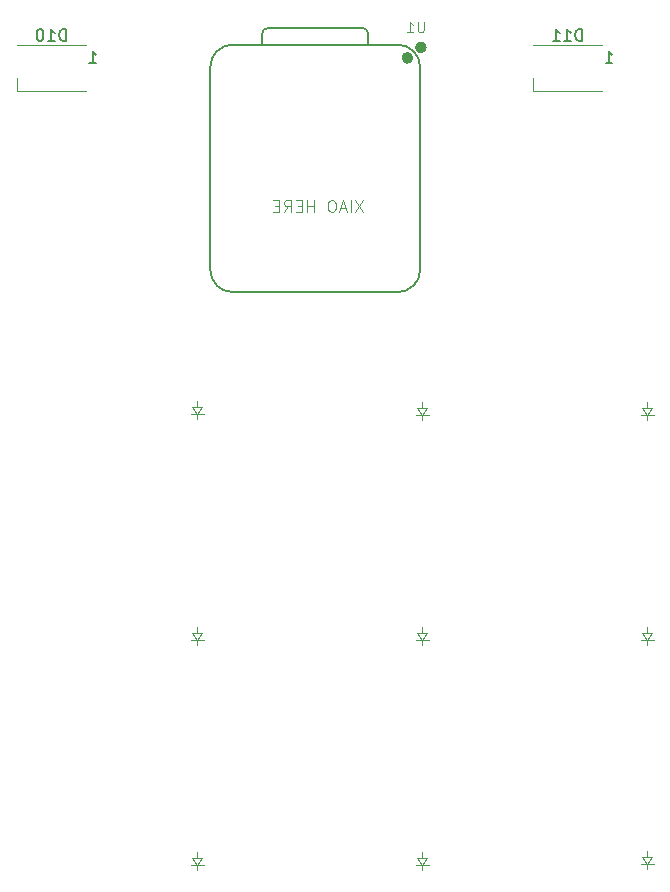
<source format=gbr>
%TF.GenerationSoftware,KiCad,Pcbnew,8.0.8*%
%TF.CreationDate,2025-02-11T16:16:57-05:00*%
%TF.ProjectId,FrutigerAeroNumPad,46727574-6967-4657-9241-65726f4e756d,rev?*%
%TF.SameCoordinates,Original*%
%TF.FileFunction,Legend,Bot*%
%TF.FilePolarity,Positive*%
%FSLAX46Y46*%
G04 Gerber Fmt 4.6, Leading zero omitted, Abs format (unit mm)*
G04 Created by KiCad (PCBNEW 8.0.8) date 2025-02-11 16:16:57*
%MOMM*%
%LPD*%
G01*
G04 APERTURE LIST*
%ADD10C,0.100000*%
%ADD11C,0.150000*%
%ADD12C,0.101600*%
%ADD13C,0.120000*%
%ADD14C,0.127000*%
%ADD15C,0.504000*%
G04 APERTURE END LIST*
D10*
X153143853Y-61102419D02*
X152477187Y-62102419D01*
X152477187Y-61102419D02*
X153143853Y-62102419D01*
X152096234Y-62102419D02*
X152096234Y-61102419D01*
X151667663Y-61816704D02*
X151191473Y-61816704D01*
X151762901Y-62102419D02*
X151429568Y-61102419D01*
X151429568Y-61102419D02*
X151096235Y-62102419D01*
X150572425Y-61102419D02*
X150381949Y-61102419D01*
X150381949Y-61102419D02*
X150286711Y-61150038D01*
X150286711Y-61150038D02*
X150191473Y-61245276D01*
X150191473Y-61245276D02*
X150143854Y-61435752D01*
X150143854Y-61435752D02*
X150143854Y-61769085D01*
X150143854Y-61769085D02*
X150191473Y-61959561D01*
X150191473Y-61959561D02*
X150286711Y-62054800D01*
X150286711Y-62054800D02*
X150381949Y-62102419D01*
X150381949Y-62102419D02*
X150572425Y-62102419D01*
X150572425Y-62102419D02*
X150667663Y-62054800D01*
X150667663Y-62054800D02*
X150762901Y-61959561D01*
X150762901Y-61959561D02*
X150810520Y-61769085D01*
X150810520Y-61769085D02*
X150810520Y-61435752D01*
X150810520Y-61435752D02*
X150762901Y-61245276D01*
X150762901Y-61245276D02*
X150667663Y-61150038D01*
X150667663Y-61150038D02*
X150572425Y-61102419D01*
X148953377Y-62102419D02*
X148953377Y-61102419D01*
X148953377Y-61578609D02*
X148381949Y-61578609D01*
X148381949Y-62102419D02*
X148381949Y-61102419D01*
X147905758Y-61578609D02*
X147572425Y-61578609D01*
X147429568Y-62102419D02*
X147905758Y-62102419D01*
X147905758Y-62102419D02*
X147905758Y-61102419D01*
X147905758Y-61102419D02*
X147429568Y-61102419D01*
X146429568Y-62102419D02*
X146762901Y-61626228D01*
X147000996Y-62102419D02*
X147000996Y-61102419D01*
X147000996Y-61102419D02*
X146620044Y-61102419D01*
X146620044Y-61102419D02*
X146524806Y-61150038D01*
X146524806Y-61150038D02*
X146477187Y-61197657D01*
X146477187Y-61197657D02*
X146429568Y-61292895D01*
X146429568Y-61292895D02*
X146429568Y-61435752D01*
X146429568Y-61435752D02*
X146477187Y-61530990D01*
X146477187Y-61530990D02*
X146524806Y-61578609D01*
X146524806Y-61578609D02*
X146620044Y-61626228D01*
X146620044Y-61626228D02*
X147000996Y-61626228D01*
X146000996Y-61578609D02*
X145667663Y-61578609D01*
X145524806Y-62102419D02*
X146000996Y-62102419D01*
X146000996Y-62102419D02*
X146000996Y-61102419D01*
X146000996Y-61102419D02*
X145524806Y-61102419D01*
D11*
X171654285Y-47647319D02*
X171654285Y-46647319D01*
X171654285Y-46647319D02*
X171416190Y-46647319D01*
X171416190Y-46647319D02*
X171273333Y-46694938D01*
X171273333Y-46694938D02*
X171178095Y-46790176D01*
X171178095Y-46790176D02*
X171130476Y-46885414D01*
X171130476Y-46885414D02*
X171082857Y-47075890D01*
X171082857Y-47075890D02*
X171082857Y-47218747D01*
X171082857Y-47218747D02*
X171130476Y-47409223D01*
X171130476Y-47409223D02*
X171178095Y-47504461D01*
X171178095Y-47504461D02*
X171273333Y-47599700D01*
X171273333Y-47599700D02*
X171416190Y-47647319D01*
X171416190Y-47647319D02*
X171654285Y-47647319D01*
X170130476Y-47647319D02*
X170701904Y-47647319D01*
X170416190Y-47647319D02*
X170416190Y-46647319D01*
X170416190Y-46647319D02*
X170511428Y-46790176D01*
X170511428Y-46790176D02*
X170606666Y-46885414D01*
X170606666Y-46885414D02*
X170701904Y-46933033D01*
X169178095Y-47647319D02*
X169749523Y-47647319D01*
X169463809Y-47647319D02*
X169463809Y-46647319D01*
X169463809Y-46647319D02*
X169559047Y-46790176D01*
X169559047Y-46790176D02*
X169654285Y-46885414D01*
X169654285Y-46885414D02*
X169749523Y-46933033D01*
X173654285Y-49522319D02*
X174225713Y-49522319D01*
X173939999Y-49522319D02*
X173939999Y-48522319D01*
X173939999Y-48522319D02*
X174035237Y-48665176D01*
X174035237Y-48665176D02*
X174130475Y-48760414D01*
X174130475Y-48760414D02*
X174225713Y-48808033D01*
D12*
X158236726Y-46014321D02*
X158236726Y-46726702D01*
X158236726Y-46726702D02*
X158194821Y-46810512D01*
X158194821Y-46810512D02*
X158152916Y-46852417D01*
X158152916Y-46852417D02*
X158069107Y-46894321D01*
X158069107Y-46894321D02*
X157901488Y-46894321D01*
X157901488Y-46894321D02*
X157817678Y-46852417D01*
X157817678Y-46852417D02*
X157775773Y-46810512D01*
X157775773Y-46810512D02*
X157733869Y-46726702D01*
X157733869Y-46726702D02*
X157733869Y-46014321D01*
X156853868Y-46894321D02*
X157356725Y-46894321D01*
X157105297Y-46894321D02*
X157105297Y-46014321D01*
X157105297Y-46014321D02*
X157189106Y-46140036D01*
X157189106Y-46140036D02*
X157272916Y-46223845D01*
X157272916Y-46223845D02*
X157356725Y-46265750D01*
D11*
X127954285Y-47647319D02*
X127954285Y-46647319D01*
X127954285Y-46647319D02*
X127716190Y-46647319D01*
X127716190Y-46647319D02*
X127573333Y-46694938D01*
X127573333Y-46694938D02*
X127478095Y-46790176D01*
X127478095Y-46790176D02*
X127430476Y-46885414D01*
X127430476Y-46885414D02*
X127382857Y-47075890D01*
X127382857Y-47075890D02*
X127382857Y-47218747D01*
X127382857Y-47218747D02*
X127430476Y-47409223D01*
X127430476Y-47409223D02*
X127478095Y-47504461D01*
X127478095Y-47504461D02*
X127573333Y-47599700D01*
X127573333Y-47599700D02*
X127716190Y-47647319D01*
X127716190Y-47647319D02*
X127954285Y-47647319D01*
X126430476Y-47647319D02*
X127001904Y-47647319D01*
X126716190Y-47647319D02*
X126716190Y-46647319D01*
X126716190Y-46647319D02*
X126811428Y-46790176D01*
X126811428Y-46790176D02*
X126906666Y-46885414D01*
X126906666Y-46885414D02*
X127001904Y-46933033D01*
X125811428Y-46647319D02*
X125716190Y-46647319D01*
X125716190Y-46647319D02*
X125620952Y-46694938D01*
X125620952Y-46694938D02*
X125573333Y-46742557D01*
X125573333Y-46742557D02*
X125525714Y-46837795D01*
X125525714Y-46837795D02*
X125478095Y-47028271D01*
X125478095Y-47028271D02*
X125478095Y-47266366D01*
X125478095Y-47266366D02*
X125525714Y-47456842D01*
X125525714Y-47456842D02*
X125573333Y-47552080D01*
X125573333Y-47552080D02*
X125620952Y-47599700D01*
X125620952Y-47599700D02*
X125716190Y-47647319D01*
X125716190Y-47647319D02*
X125811428Y-47647319D01*
X125811428Y-47647319D02*
X125906666Y-47599700D01*
X125906666Y-47599700D02*
X125954285Y-47552080D01*
X125954285Y-47552080D02*
X126001904Y-47456842D01*
X126001904Y-47456842D02*
X126049523Y-47266366D01*
X126049523Y-47266366D02*
X126049523Y-47028271D01*
X126049523Y-47028271D02*
X126001904Y-46837795D01*
X126001904Y-46837795D02*
X125954285Y-46742557D01*
X125954285Y-46742557D02*
X125906666Y-46694938D01*
X125906666Y-46694938D02*
X125811428Y-46647319D01*
X129954285Y-49522319D02*
X130525713Y-49522319D01*
X130239999Y-49522319D02*
X130239999Y-48522319D01*
X130239999Y-48522319D02*
X130335237Y-48665176D01*
X130335237Y-48665176D02*
X130430475Y-48760414D01*
X130430475Y-48760414D02*
X130525713Y-48808033D01*
D10*
%TO.C,D6*%
X176615000Y-98396250D02*
X177715000Y-98396250D01*
X176765000Y-97796250D02*
X177565000Y-97796250D01*
X177165000Y-97296250D02*
X177165000Y-97796250D01*
X177165000Y-98396250D02*
X176765000Y-97796250D01*
X177165000Y-98396250D02*
X177165000Y-98796250D01*
X177565000Y-97796250D02*
X177165000Y-98396250D01*
D13*
%TO.C,D11*%
X167490000Y-47992500D02*
X173390000Y-47992500D01*
X167490000Y-50817500D02*
X167490000Y-51892500D01*
X167490000Y-51892500D02*
X173390000Y-51892500D01*
D10*
%TO.C,D8*%
X157565000Y-117446250D02*
X158665000Y-117446250D01*
X157715000Y-116846250D02*
X158515000Y-116846250D01*
X158115000Y-116346250D02*
X158115000Y-116846250D01*
X158115000Y-117446250D02*
X157715000Y-116846250D01*
X158115000Y-117446250D02*
X158115000Y-117846250D01*
X158515000Y-116846250D02*
X158115000Y-117446250D01*
%TO.C,D3*%
X176615000Y-79346250D02*
X177715000Y-79346250D01*
X176765000Y-78746250D02*
X177565000Y-78746250D01*
X177165000Y-78246250D02*
X177165000Y-78746250D01*
X177165000Y-79346250D02*
X176765000Y-78746250D01*
X177165000Y-79346250D02*
X177165000Y-79746250D01*
X177565000Y-78746250D02*
X177165000Y-79346250D01*
%TO.C,D2*%
X157565000Y-79346250D02*
X158665000Y-79346250D01*
X157715000Y-78746250D02*
X158515000Y-78746250D01*
X158115000Y-78246250D02*
X158115000Y-78746250D01*
X158115000Y-79346250D02*
X157715000Y-78746250D01*
X158115000Y-79346250D02*
X158115000Y-79746250D01*
X158515000Y-78746250D02*
X158115000Y-79346250D01*
D14*
%TO.C,U1*%
X140176250Y-49856500D02*
X140176250Y-67001500D01*
X142081250Y-68906500D02*
X156051250Y-68906500D01*
X144562250Y-47951500D02*
X144562250Y-47041500D01*
X145062250Y-46541500D02*
X153057522Y-46541500D01*
X153557522Y-47041228D02*
X153561250Y-47951500D01*
D10*
X156051250Y-47951500D02*
X142081250Y-47951500D01*
D14*
X156051250Y-47951500D02*
X142081250Y-47951500D01*
X157956250Y-49856500D02*
X157956250Y-67001500D01*
X140176250Y-49856500D02*
G75*
G02*
X142081250Y-47951500I1905000J0D01*
G01*
X142081250Y-68906500D02*
G75*
G02*
X140176250Y-67001500I0J1905000D01*
G01*
X144562250Y-47041500D02*
G75*
G02*
X145062250Y-46541500I500000J0D01*
G01*
X153057522Y-46541500D02*
G75*
G02*
X153557523Y-47041228I-18J-500019D01*
G01*
X156051250Y-47951500D02*
G75*
G02*
X157956250Y-49856500I-1J-1905001D01*
G01*
X157956250Y-67001500D02*
G75*
G02*
X156051250Y-68906500I-1905001J1D01*
G01*
D15*
X157125250Y-49072500D02*
G75*
G02*
X156621250Y-49072500I-252000J0D01*
G01*
X156621250Y-49072500D02*
G75*
G02*
X157125250Y-49072500I252000J0D01*
G01*
X158268250Y-48192500D02*
G75*
G02*
X157764250Y-48192500I-252000J0D01*
G01*
X157764250Y-48192500D02*
G75*
G02*
X158268250Y-48192500I252000J0D01*
G01*
D10*
%TO.C,D7*%
X138515000Y-117446250D02*
X139615000Y-117446250D01*
X138665000Y-116846250D02*
X139465000Y-116846250D01*
X139065000Y-116346250D02*
X139065000Y-116846250D01*
X139065000Y-117446250D02*
X138665000Y-116846250D01*
X139065000Y-117446250D02*
X139065000Y-117846250D01*
X139465000Y-116846250D02*
X139065000Y-117446250D01*
%TO.C,D5*%
X157565000Y-98396250D02*
X158665000Y-98396250D01*
X157715000Y-97796250D02*
X158515000Y-97796250D01*
X158115000Y-97296250D02*
X158115000Y-97796250D01*
X158115000Y-98396250D02*
X157715000Y-97796250D01*
X158115000Y-98396250D02*
X158115000Y-98796250D01*
X158515000Y-97796250D02*
X158115000Y-98396250D01*
%TO.C,D9*%
X176615000Y-117348750D02*
X177715000Y-117348750D01*
X176765000Y-116748750D02*
X177565000Y-116748750D01*
X177165000Y-116248750D02*
X177165000Y-116748750D01*
X177165000Y-117348750D02*
X176765000Y-116748750D01*
X177165000Y-117348750D02*
X177165000Y-117748750D01*
X177565000Y-116748750D02*
X177165000Y-117348750D01*
D13*
%TO.C,D10*%
X123790000Y-47992500D02*
X129690000Y-47992500D01*
X123790000Y-50817500D02*
X123790000Y-51892500D01*
X123790000Y-51892500D02*
X129690000Y-51892500D01*
D10*
%TO.C,D4*%
X138515000Y-98396250D02*
X139615000Y-98396250D01*
X138665000Y-97796250D02*
X139465000Y-97796250D01*
X139065000Y-97296250D02*
X139065000Y-97796250D01*
X139065000Y-98396250D02*
X138665000Y-97796250D01*
X139065000Y-98396250D02*
X139065000Y-98796250D01*
X139465000Y-97796250D02*
X139065000Y-98396250D01*
%TO.C,D1*%
X138515000Y-79248750D02*
X139615000Y-79248750D01*
X138665000Y-78648750D02*
X139465000Y-78648750D01*
X139065000Y-78148750D02*
X139065000Y-78648750D01*
X139065000Y-79248750D02*
X138665000Y-78648750D01*
X139065000Y-79248750D02*
X139065000Y-79648750D01*
X139465000Y-78648750D02*
X139065000Y-79248750D01*
%TD*%
M02*

</source>
